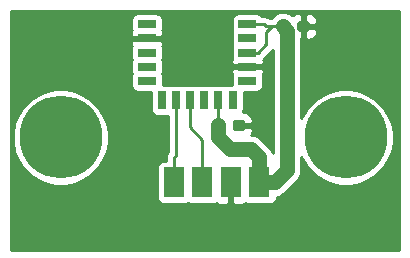
<source format=gbr>
G04 #@! TF.GenerationSoftware,KiCad,Pcbnew,(5.1.6)-1*
G04 #@! TF.CreationDate,2021-04-29T20:19:57-05:00*
G04 #@! TF.ProjectId,BEncoderBoard3(RN4871),42456e63-6f64-4657-9242-6f6172643328,rev?*
G04 #@! TF.SameCoordinates,Original*
G04 #@! TF.FileFunction,Copper,L1,Top*
G04 #@! TF.FilePolarity,Positive*
%FSLAX46Y46*%
G04 Gerber Fmt 4.6, Leading zero omitted, Abs format (unit mm)*
G04 Created by KiCad (PCBNEW (5.1.6)-1) date 2021-04-29 20:19:57*
%MOMM*%
%LPD*%
G01*
G04 APERTURE LIST*
G04 #@! TA.AperFunction,ComponentPad*
%ADD10C,7.000000*%
G04 #@! TD*
G04 #@! TA.AperFunction,SMDPad,CuDef*
%ADD11R,1.800000X2.500000*%
G04 #@! TD*
G04 #@! TA.AperFunction,SMDPad,CuDef*
%ADD12R,1.500000X0.700000*%
G04 #@! TD*
G04 #@! TA.AperFunction,SMDPad,CuDef*
%ADD13R,0.700000X1.500000*%
G04 #@! TD*
G04 #@! TA.AperFunction,ViaPad*
%ADD14C,0.450000*%
G04 #@! TD*
G04 #@! TA.AperFunction,Conductor*
%ADD15C,0.254000*%
G04 #@! TD*
G04 #@! TA.AperFunction,Conductor*
%ADD16C,1.270000*%
G04 #@! TD*
G04 #@! TA.AperFunction,Conductor*
%ADD17C,0.293370*%
G04 #@! TD*
G04 APERTURE END LIST*
D10*
X145415000Y-99822000D03*
X121285000Y-99822000D03*
G04 #@! TA.AperFunction,SMDPad,CuDef*
G36*
G01*
X135845000Y-99043500D02*
X135845000Y-98568500D01*
G75*
G02*
X136082500Y-98331000I237500J0D01*
G01*
X136657500Y-98331000D01*
G75*
G02*
X136895000Y-98568500I0J-237500D01*
G01*
X136895000Y-99043500D01*
G75*
G02*
X136657500Y-99281000I-237500J0D01*
G01*
X136082500Y-99281000D01*
G75*
G02*
X135845000Y-99043500I0J237500D01*
G01*
G37*
G04 #@! TD.AperFunction*
G04 #@! TA.AperFunction,SMDPad,CuDef*
G36*
G01*
X134095000Y-99043500D02*
X134095000Y-98568500D01*
G75*
G02*
X134332500Y-98331000I237500J0D01*
G01*
X134907500Y-98331000D01*
G75*
G02*
X135145000Y-98568500I0J-237500D01*
G01*
X135145000Y-99043500D01*
G75*
G02*
X134907500Y-99281000I-237500J0D01*
G01*
X134332500Y-99281000D01*
G75*
G02*
X134095000Y-99043500I0J237500D01*
G01*
G37*
G04 #@! TD.AperFunction*
D11*
X130893000Y-103632000D03*
X135693000Y-103632000D03*
X133293000Y-103632000D03*
X138093000Y-103632000D03*
G04 #@! TA.AperFunction,SMDPad,CuDef*
G36*
G01*
X139570000Y-90661500D02*
X139570000Y-90186500D01*
G75*
G02*
X139807500Y-89949000I237500J0D01*
G01*
X140382500Y-89949000D01*
G75*
G02*
X140620000Y-90186500I0J-237500D01*
G01*
X140620000Y-90661500D01*
G75*
G02*
X140382500Y-90899000I-237500J0D01*
G01*
X139807500Y-90899000D01*
G75*
G02*
X139570000Y-90661500I0J237500D01*
G01*
G37*
G04 #@! TD.AperFunction*
G04 #@! TA.AperFunction,SMDPad,CuDef*
G36*
G01*
X141320000Y-90661500D02*
X141320000Y-90186500D01*
G75*
G02*
X141557500Y-89949000I237500J0D01*
G01*
X142132500Y-89949000D01*
G75*
G02*
X142370000Y-90186500I0J-237500D01*
G01*
X142370000Y-90661500D01*
G75*
G02*
X142132500Y-90899000I-237500J0D01*
G01*
X141557500Y-90899000D01*
G75*
G02*
X141320000Y-90661500I0J237500D01*
G01*
G37*
G04 #@! TD.AperFunction*
D12*
X128592000Y-95036000D03*
X128592000Y-93836000D03*
X128592000Y-92636000D03*
X128592000Y-91436000D03*
X128592000Y-90236000D03*
X137092000Y-95036000D03*
X137092000Y-93836000D03*
X137092000Y-92636000D03*
X137092000Y-91436000D03*
X137092000Y-90236000D03*
D13*
X129842000Y-96686000D03*
X131042000Y-96686000D03*
X132242000Y-96686000D03*
X133442000Y-96686000D03*
X134642000Y-96686000D03*
X135842000Y-96686000D03*
D14*
X137922000Y-98806000D03*
X143510000Y-90424000D03*
D15*
X136370000Y-98806000D02*
X137922000Y-98806000D01*
X141845000Y-90424000D02*
X143510000Y-90424000D01*
X134620000Y-96708000D02*
X134642000Y-96686000D01*
X134620000Y-98806000D02*
X134620000Y-96708000D01*
X137092000Y-90236000D02*
X138496000Y-90236000D01*
X138496000Y-90236000D02*
X138684000Y-90424000D01*
D16*
X138093000Y-103632000D02*
X138093000Y-101517000D01*
X138093000Y-101517000D02*
X137414000Y-100838000D01*
X137414000Y-100838000D02*
X135636000Y-100838000D01*
X134620000Y-99822000D02*
X134620000Y-98806000D01*
X135636000Y-100838000D02*
X134620000Y-99822000D01*
X138093000Y-103632000D02*
X139446000Y-103632000D01*
X139446000Y-103632000D02*
X140462000Y-102616000D01*
X140462000Y-90791000D02*
X140095000Y-90424000D01*
X140462000Y-102616000D02*
X140462000Y-90791000D01*
D17*
X139192000Y-90424000D02*
X138684000Y-90932000D01*
D15*
X139192000Y-90424000D02*
X140095000Y-90424000D01*
X138684000Y-90424000D02*
X139192000Y-90424000D01*
D17*
X138684000Y-90932000D02*
X138684000Y-91948000D01*
X137996000Y-92636000D02*
X137092000Y-92636000D01*
X138684000Y-91948000D02*
X137996000Y-92636000D01*
D15*
X133293000Y-103632000D02*
X133293000Y-100019000D01*
X132242000Y-98968000D02*
X132242000Y-96686000D01*
X133293000Y-100019000D02*
X132242000Y-98968000D01*
X131042000Y-96686000D02*
X131042000Y-101368000D01*
X130893000Y-101517000D02*
X130893000Y-103632000D01*
X131042000Y-101368000D02*
X130893000Y-101517000D01*
G36*
X149898001Y-109380000D02*
G01*
X117102000Y-109380000D01*
X117102000Y-99420451D01*
X117208000Y-99420451D01*
X117208000Y-100223549D01*
X117364677Y-101011217D01*
X117672009Y-101753184D01*
X118118187Y-102420936D01*
X118686064Y-102988813D01*
X119353816Y-103434991D01*
X120095783Y-103742323D01*
X120883451Y-103899000D01*
X121686549Y-103899000D01*
X122474217Y-103742323D01*
X123216184Y-103434991D01*
X123883936Y-102988813D01*
X124451813Y-102420936D01*
X124897991Y-101753184D01*
X125205323Y-101011217D01*
X125362000Y-100223549D01*
X125362000Y-99420451D01*
X125205323Y-98632783D01*
X124897991Y-97890816D01*
X124451813Y-97223064D01*
X123883936Y-96655187D01*
X123216184Y-96209009D01*
X122474217Y-95901677D01*
X121686549Y-95745000D01*
X120883451Y-95745000D01*
X120095783Y-95901677D01*
X119353816Y-96209009D01*
X118686064Y-96655187D01*
X118118187Y-97223064D01*
X117672009Y-97890816D01*
X117364677Y-98632783D01*
X117208000Y-99420451D01*
X117102000Y-99420451D01*
X117102000Y-91786000D01*
X127203928Y-91786000D01*
X127216188Y-91910482D01*
X127252498Y-92030180D01*
X127293418Y-92106734D01*
X127273350Y-92172888D01*
X127262209Y-92286000D01*
X127262209Y-92986000D01*
X127273350Y-93099112D01*
X127306343Y-93207876D01*
X127321375Y-93236000D01*
X127306343Y-93264124D01*
X127273350Y-93372888D01*
X127262209Y-93486000D01*
X127262209Y-94186000D01*
X127273350Y-94299112D01*
X127306343Y-94407876D01*
X127321375Y-94436000D01*
X127306343Y-94464124D01*
X127273350Y-94572888D01*
X127262209Y-94686000D01*
X127262209Y-95386000D01*
X127273350Y-95499112D01*
X127306343Y-95607876D01*
X127359921Y-95708115D01*
X127432026Y-95795974D01*
X127519885Y-95868079D01*
X127620124Y-95921657D01*
X127728888Y-95954650D01*
X127842000Y-95965791D01*
X128912209Y-95965791D01*
X128912209Y-97436000D01*
X128923350Y-97549112D01*
X128956343Y-97657876D01*
X129009921Y-97758115D01*
X129082026Y-97845974D01*
X129169885Y-97918079D01*
X129270124Y-97971657D01*
X129378888Y-98004650D01*
X129492000Y-98015791D01*
X130192000Y-98015791D01*
X130305112Y-98004650D01*
X130338000Y-97994674D01*
X130338001Y-101083547D01*
X130304813Y-101123987D01*
X130248152Y-101229992D01*
X130239442Y-101246288D01*
X130199187Y-101378992D01*
X130185594Y-101517000D01*
X130189000Y-101551581D01*
X130189000Y-101802209D01*
X129993000Y-101802209D01*
X129879888Y-101813350D01*
X129771124Y-101846343D01*
X129670885Y-101899921D01*
X129583026Y-101972026D01*
X129510921Y-102059885D01*
X129457343Y-102160124D01*
X129424350Y-102268888D01*
X129413209Y-102382000D01*
X129413209Y-104882000D01*
X129424350Y-104995112D01*
X129457343Y-105103876D01*
X129510921Y-105204115D01*
X129583026Y-105291974D01*
X129670885Y-105364079D01*
X129771124Y-105417657D01*
X129879888Y-105450650D01*
X129993000Y-105461791D01*
X131793000Y-105461791D01*
X131906112Y-105450650D01*
X132014876Y-105417657D01*
X132093000Y-105375900D01*
X132171124Y-105417657D01*
X132279888Y-105450650D01*
X132393000Y-105461791D01*
X134193000Y-105461791D01*
X134306112Y-105450650D01*
X134414876Y-105417657D01*
X134432964Y-105407989D01*
X134438506Y-105412537D01*
X134548820Y-105471502D01*
X134668518Y-105507812D01*
X134793000Y-105520072D01*
X135407250Y-105517000D01*
X135566000Y-105358250D01*
X135566000Y-103759000D01*
X135546000Y-103759000D01*
X135546000Y-103505000D01*
X135566000Y-103505000D01*
X135566000Y-103485000D01*
X135820000Y-103485000D01*
X135820000Y-103505000D01*
X135840000Y-103505000D01*
X135840000Y-103759000D01*
X135820000Y-103759000D01*
X135820000Y-105358250D01*
X135978750Y-105517000D01*
X136593000Y-105520072D01*
X136717482Y-105507812D01*
X136837180Y-105471502D01*
X136947494Y-105412537D01*
X136953036Y-105407989D01*
X136971124Y-105417657D01*
X137079888Y-105450650D01*
X137193000Y-105461791D01*
X138993000Y-105461791D01*
X139106112Y-105450650D01*
X139214876Y-105417657D01*
X139315115Y-105364079D01*
X139402974Y-105291974D01*
X139475079Y-105204115D01*
X139528657Y-105103876D01*
X139561650Y-104995112D01*
X139572791Y-104882000D01*
X139572791Y-104837376D01*
X139683593Y-104826463D01*
X139912056Y-104757160D01*
X140122609Y-104644617D01*
X140307160Y-104493160D01*
X140345118Y-104446908D01*
X141276914Y-103515113D01*
X141323160Y-103477160D01*
X141474617Y-103292609D01*
X141587160Y-103082056D01*
X141656463Y-102853593D01*
X141674000Y-102675538D01*
X141674000Y-102675537D01*
X141679864Y-102616000D01*
X141674000Y-102556462D01*
X141674000Y-101444142D01*
X141802009Y-101753184D01*
X142248187Y-102420936D01*
X142816064Y-102988813D01*
X143483816Y-103434991D01*
X144225783Y-103742323D01*
X145013451Y-103899000D01*
X145816549Y-103899000D01*
X146604217Y-103742323D01*
X147346184Y-103434991D01*
X148013936Y-102988813D01*
X148581813Y-102420936D01*
X149027991Y-101753184D01*
X149335323Y-101011217D01*
X149492000Y-100223549D01*
X149492000Y-99420451D01*
X149335323Y-98632783D01*
X149027991Y-97890816D01*
X148581813Y-97223064D01*
X148013936Y-96655187D01*
X147346184Y-96209009D01*
X146604217Y-95901677D01*
X145816549Y-95745000D01*
X145013451Y-95745000D01*
X144225783Y-95901677D01*
X143483816Y-96209009D01*
X142816064Y-96655187D01*
X142248187Y-97223064D01*
X141802009Y-97890816D01*
X141674000Y-98199858D01*
X141674000Y-91419250D01*
X141718000Y-91375250D01*
X141718000Y-90551000D01*
X141972000Y-90551000D01*
X141972000Y-91375250D01*
X142130750Y-91534000D01*
X142370000Y-91537072D01*
X142494482Y-91524812D01*
X142614180Y-91488502D01*
X142724494Y-91429537D01*
X142821185Y-91350185D01*
X142900537Y-91253494D01*
X142959502Y-91143180D01*
X142995812Y-91023482D01*
X143008072Y-90899000D01*
X143005000Y-90709750D01*
X142846250Y-90551000D01*
X141972000Y-90551000D01*
X141718000Y-90551000D01*
X141698000Y-90551000D01*
X141698000Y-90297000D01*
X141718000Y-90297000D01*
X141718000Y-89472750D01*
X141972000Y-89472750D01*
X141972000Y-90297000D01*
X142846250Y-90297000D01*
X143005000Y-90138250D01*
X143008072Y-89949000D01*
X142995812Y-89824518D01*
X142959502Y-89704820D01*
X142900537Y-89594506D01*
X142821185Y-89497815D01*
X142724494Y-89418463D01*
X142614180Y-89359498D01*
X142494482Y-89323188D01*
X142370000Y-89310928D01*
X142130750Y-89314000D01*
X141972000Y-89472750D01*
X141718000Y-89472750D01*
X141559250Y-89314000D01*
X141320000Y-89310928D01*
X141195518Y-89323188D01*
X141075820Y-89359498D01*
X140965506Y-89418463D01*
X140872870Y-89494487D01*
X140771609Y-89411384D01*
X140561056Y-89298841D01*
X140332593Y-89229537D01*
X140095000Y-89206136D01*
X139857407Y-89229537D01*
X139628944Y-89298841D01*
X139418391Y-89411384D01*
X139233841Y-89562841D01*
X139117902Y-89704113D01*
X139050132Y-89710787D01*
X139019762Y-89720000D01*
X138976974Y-89720000D01*
X138889014Y-89647813D01*
X138766713Y-89582442D01*
X138634008Y-89542187D01*
X138530581Y-89532000D01*
X138496000Y-89528594D01*
X138461419Y-89532000D01*
X138297911Y-89532000D01*
X138251974Y-89476026D01*
X138164115Y-89403921D01*
X138063876Y-89350343D01*
X137955112Y-89317350D01*
X137842000Y-89306209D01*
X136342000Y-89306209D01*
X136228888Y-89317350D01*
X136120124Y-89350343D01*
X136019885Y-89403921D01*
X135932026Y-89476026D01*
X135859921Y-89563885D01*
X135806343Y-89664124D01*
X135773350Y-89772888D01*
X135762209Y-89886000D01*
X135762209Y-90586000D01*
X135773350Y-90699112D01*
X135806343Y-90807876D01*
X135821375Y-90836000D01*
X135806343Y-90864124D01*
X135773350Y-90972888D01*
X135762209Y-91086000D01*
X135762209Y-91786000D01*
X135773350Y-91899112D01*
X135806343Y-92007876D01*
X135821375Y-92036000D01*
X135806343Y-92064124D01*
X135773350Y-92172888D01*
X135762209Y-92286000D01*
X135762209Y-92986000D01*
X135773350Y-93099112D01*
X135793418Y-93165266D01*
X135752498Y-93241820D01*
X135716188Y-93361518D01*
X135703928Y-93486000D01*
X135707000Y-93550250D01*
X135865750Y-93709000D01*
X136965000Y-93709000D01*
X136965000Y-93689000D01*
X137219000Y-93689000D01*
X137219000Y-93709000D01*
X138318250Y-93709000D01*
X138477000Y-93550250D01*
X138480072Y-93486000D01*
X138467812Y-93361518D01*
X138431502Y-93241820D01*
X138421457Y-93223027D01*
X138510198Y-93150198D01*
X138532861Y-93122583D01*
X139170588Y-92484857D01*
X139198198Y-92462198D01*
X139250001Y-92399076D01*
X139250000Y-101155908D01*
X139225637Y-101075593D01*
X139218160Y-101050944D01*
X139105617Y-100840391D01*
X138954160Y-100655840D01*
X138907908Y-100617882D01*
X138313118Y-100023092D01*
X138275160Y-99976840D01*
X138090609Y-99825383D01*
X137880056Y-99712840D01*
X137651593Y-99643537D01*
X137473538Y-99626000D01*
X137432759Y-99621984D01*
X137484502Y-99525180D01*
X137520812Y-99405482D01*
X137533072Y-99281000D01*
X137530000Y-99091750D01*
X137371250Y-98933000D01*
X136497000Y-98933000D01*
X136497000Y-98953000D01*
X136243000Y-98953000D01*
X136243000Y-98933000D01*
X136223000Y-98933000D01*
X136223000Y-98679000D01*
X136243000Y-98679000D01*
X136243000Y-98659000D01*
X136497000Y-98659000D01*
X136497000Y-98679000D01*
X137371250Y-98679000D01*
X137530000Y-98520250D01*
X137533072Y-98331000D01*
X137520812Y-98206518D01*
X137484502Y-98086820D01*
X137425537Y-97976506D01*
X137346185Y-97879815D01*
X137249494Y-97800463D01*
X137139180Y-97741498D01*
X137019482Y-97705188D01*
X136895000Y-97692928D01*
X136707636Y-97695334D01*
X136727657Y-97657876D01*
X136760650Y-97549112D01*
X136771791Y-97436000D01*
X136771791Y-95965791D01*
X137842000Y-95965791D01*
X137955112Y-95954650D01*
X138063876Y-95921657D01*
X138164115Y-95868079D01*
X138251974Y-95795974D01*
X138324079Y-95708115D01*
X138377657Y-95607876D01*
X138410650Y-95499112D01*
X138421791Y-95386000D01*
X138421791Y-94686000D01*
X138410650Y-94572888D01*
X138390582Y-94506734D01*
X138431502Y-94430180D01*
X138467812Y-94310482D01*
X138480072Y-94186000D01*
X138477000Y-94121750D01*
X138318250Y-93963000D01*
X137219000Y-93963000D01*
X137219000Y-93983000D01*
X136965000Y-93983000D01*
X136965000Y-93963000D01*
X135865750Y-93963000D01*
X135707000Y-94121750D01*
X135703928Y-94186000D01*
X135716188Y-94310482D01*
X135752498Y-94430180D01*
X135793418Y-94506734D01*
X135773350Y-94572888D01*
X135762209Y-94686000D01*
X135762209Y-95356209D01*
X135492000Y-95356209D01*
X135378888Y-95367350D01*
X135270124Y-95400343D01*
X135242000Y-95415375D01*
X135213876Y-95400343D01*
X135105112Y-95367350D01*
X134992000Y-95356209D01*
X134292000Y-95356209D01*
X134178888Y-95367350D01*
X134070124Y-95400343D01*
X134042000Y-95415375D01*
X134013876Y-95400343D01*
X133905112Y-95367350D01*
X133792000Y-95356209D01*
X133092000Y-95356209D01*
X132978888Y-95367350D01*
X132870124Y-95400343D01*
X132842000Y-95415375D01*
X132813876Y-95400343D01*
X132705112Y-95367350D01*
X132592000Y-95356209D01*
X131892000Y-95356209D01*
X131778888Y-95367350D01*
X131670124Y-95400343D01*
X131642000Y-95415375D01*
X131613876Y-95400343D01*
X131505112Y-95367350D01*
X131392000Y-95356209D01*
X130692000Y-95356209D01*
X130578888Y-95367350D01*
X130470124Y-95400343D01*
X130442000Y-95415375D01*
X130413876Y-95400343D01*
X130305112Y-95367350D01*
X130192000Y-95356209D01*
X129921791Y-95356209D01*
X129921791Y-94686000D01*
X129910650Y-94572888D01*
X129877657Y-94464124D01*
X129862625Y-94436000D01*
X129877657Y-94407876D01*
X129910650Y-94299112D01*
X129921791Y-94186000D01*
X129921791Y-93486000D01*
X129910650Y-93372888D01*
X129877657Y-93264124D01*
X129862625Y-93236000D01*
X129877657Y-93207876D01*
X129910650Y-93099112D01*
X129921791Y-92986000D01*
X129921791Y-92286000D01*
X129910650Y-92172888D01*
X129890582Y-92106734D01*
X129931502Y-92030180D01*
X129967812Y-91910482D01*
X129980072Y-91786000D01*
X129977000Y-91721750D01*
X129818250Y-91563000D01*
X128719000Y-91563000D01*
X128719000Y-91583000D01*
X128465000Y-91583000D01*
X128465000Y-91563000D01*
X127365750Y-91563000D01*
X127207000Y-91721750D01*
X127203928Y-91786000D01*
X117102000Y-91786000D01*
X117102000Y-91086000D01*
X127203928Y-91086000D01*
X127207000Y-91150250D01*
X127365750Y-91309000D01*
X128465000Y-91309000D01*
X128465000Y-91289000D01*
X128719000Y-91289000D01*
X128719000Y-91309000D01*
X129818250Y-91309000D01*
X129977000Y-91150250D01*
X129980072Y-91086000D01*
X129967812Y-90961518D01*
X129931502Y-90841820D01*
X129890582Y-90765266D01*
X129910650Y-90699112D01*
X129921791Y-90586000D01*
X129921791Y-89886000D01*
X129910650Y-89772888D01*
X129877657Y-89664124D01*
X129824079Y-89563885D01*
X129751974Y-89476026D01*
X129664115Y-89403921D01*
X129563876Y-89350343D01*
X129455112Y-89317350D01*
X129342000Y-89306209D01*
X127842000Y-89306209D01*
X127728888Y-89317350D01*
X127620124Y-89350343D01*
X127519885Y-89403921D01*
X127432026Y-89476026D01*
X127359921Y-89563885D01*
X127306343Y-89664124D01*
X127273350Y-89772888D01*
X127262209Y-89886000D01*
X127262209Y-90586000D01*
X127273350Y-90699112D01*
X127293418Y-90765266D01*
X127252498Y-90841820D01*
X127216188Y-90961518D01*
X127203928Y-91086000D01*
X117102000Y-91086000D01*
X117102000Y-89154000D01*
X149898000Y-89154000D01*
X149898001Y-109380000D01*
G37*
X149898001Y-109380000D02*
X117102000Y-109380000D01*
X117102000Y-99420451D01*
X117208000Y-99420451D01*
X117208000Y-100223549D01*
X117364677Y-101011217D01*
X117672009Y-101753184D01*
X118118187Y-102420936D01*
X118686064Y-102988813D01*
X119353816Y-103434991D01*
X120095783Y-103742323D01*
X120883451Y-103899000D01*
X121686549Y-103899000D01*
X122474217Y-103742323D01*
X123216184Y-103434991D01*
X123883936Y-102988813D01*
X124451813Y-102420936D01*
X124897991Y-101753184D01*
X125205323Y-101011217D01*
X125362000Y-100223549D01*
X125362000Y-99420451D01*
X125205323Y-98632783D01*
X124897991Y-97890816D01*
X124451813Y-97223064D01*
X123883936Y-96655187D01*
X123216184Y-96209009D01*
X122474217Y-95901677D01*
X121686549Y-95745000D01*
X120883451Y-95745000D01*
X120095783Y-95901677D01*
X119353816Y-96209009D01*
X118686064Y-96655187D01*
X118118187Y-97223064D01*
X117672009Y-97890816D01*
X117364677Y-98632783D01*
X117208000Y-99420451D01*
X117102000Y-99420451D01*
X117102000Y-91786000D01*
X127203928Y-91786000D01*
X127216188Y-91910482D01*
X127252498Y-92030180D01*
X127293418Y-92106734D01*
X127273350Y-92172888D01*
X127262209Y-92286000D01*
X127262209Y-92986000D01*
X127273350Y-93099112D01*
X127306343Y-93207876D01*
X127321375Y-93236000D01*
X127306343Y-93264124D01*
X127273350Y-93372888D01*
X127262209Y-93486000D01*
X127262209Y-94186000D01*
X127273350Y-94299112D01*
X127306343Y-94407876D01*
X127321375Y-94436000D01*
X127306343Y-94464124D01*
X127273350Y-94572888D01*
X127262209Y-94686000D01*
X127262209Y-95386000D01*
X127273350Y-95499112D01*
X127306343Y-95607876D01*
X127359921Y-95708115D01*
X127432026Y-95795974D01*
X127519885Y-95868079D01*
X127620124Y-95921657D01*
X127728888Y-95954650D01*
X127842000Y-95965791D01*
X128912209Y-95965791D01*
X128912209Y-97436000D01*
X128923350Y-97549112D01*
X128956343Y-97657876D01*
X129009921Y-97758115D01*
X129082026Y-97845974D01*
X129169885Y-97918079D01*
X129270124Y-97971657D01*
X129378888Y-98004650D01*
X129492000Y-98015791D01*
X130192000Y-98015791D01*
X130305112Y-98004650D01*
X130338000Y-97994674D01*
X130338001Y-101083547D01*
X130304813Y-101123987D01*
X130248152Y-101229992D01*
X130239442Y-101246288D01*
X130199187Y-101378992D01*
X130185594Y-101517000D01*
X130189000Y-101551581D01*
X130189000Y-101802209D01*
X129993000Y-101802209D01*
X129879888Y-101813350D01*
X129771124Y-101846343D01*
X129670885Y-101899921D01*
X129583026Y-101972026D01*
X129510921Y-102059885D01*
X129457343Y-102160124D01*
X129424350Y-102268888D01*
X129413209Y-102382000D01*
X129413209Y-104882000D01*
X129424350Y-104995112D01*
X129457343Y-105103876D01*
X129510921Y-105204115D01*
X129583026Y-105291974D01*
X129670885Y-105364079D01*
X129771124Y-105417657D01*
X129879888Y-105450650D01*
X129993000Y-105461791D01*
X131793000Y-105461791D01*
X131906112Y-105450650D01*
X132014876Y-105417657D01*
X132093000Y-105375900D01*
X132171124Y-105417657D01*
X132279888Y-105450650D01*
X132393000Y-105461791D01*
X134193000Y-105461791D01*
X134306112Y-105450650D01*
X134414876Y-105417657D01*
X134432964Y-105407989D01*
X134438506Y-105412537D01*
X134548820Y-105471502D01*
X134668518Y-105507812D01*
X134793000Y-105520072D01*
X135407250Y-105517000D01*
X135566000Y-105358250D01*
X135566000Y-103759000D01*
X135546000Y-103759000D01*
X135546000Y-103505000D01*
X135566000Y-103505000D01*
X135566000Y-103485000D01*
X135820000Y-103485000D01*
X135820000Y-103505000D01*
X135840000Y-103505000D01*
X135840000Y-103759000D01*
X135820000Y-103759000D01*
X135820000Y-105358250D01*
X135978750Y-105517000D01*
X136593000Y-105520072D01*
X136717482Y-105507812D01*
X136837180Y-105471502D01*
X136947494Y-105412537D01*
X136953036Y-105407989D01*
X136971124Y-105417657D01*
X137079888Y-105450650D01*
X137193000Y-105461791D01*
X138993000Y-105461791D01*
X139106112Y-105450650D01*
X139214876Y-105417657D01*
X139315115Y-105364079D01*
X139402974Y-105291974D01*
X139475079Y-105204115D01*
X139528657Y-105103876D01*
X139561650Y-104995112D01*
X139572791Y-104882000D01*
X139572791Y-104837376D01*
X139683593Y-104826463D01*
X139912056Y-104757160D01*
X140122609Y-104644617D01*
X140307160Y-104493160D01*
X140345118Y-104446908D01*
X141276914Y-103515113D01*
X141323160Y-103477160D01*
X141474617Y-103292609D01*
X141587160Y-103082056D01*
X141656463Y-102853593D01*
X141674000Y-102675538D01*
X141674000Y-102675537D01*
X141679864Y-102616000D01*
X141674000Y-102556462D01*
X141674000Y-101444142D01*
X141802009Y-101753184D01*
X142248187Y-102420936D01*
X142816064Y-102988813D01*
X143483816Y-103434991D01*
X144225783Y-103742323D01*
X145013451Y-103899000D01*
X145816549Y-103899000D01*
X146604217Y-103742323D01*
X147346184Y-103434991D01*
X148013936Y-102988813D01*
X148581813Y-102420936D01*
X149027991Y-101753184D01*
X149335323Y-101011217D01*
X149492000Y-100223549D01*
X149492000Y-99420451D01*
X149335323Y-98632783D01*
X149027991Y-97890816D01*
X148581813Y-97223064D01*
X148013936Y-96655187D01*
X147346184Y-96209009D01*
X146604217Y-95901677D01*
X145816549Y-95745000D01*
X145013451Y-95745000D01*
X144225783Y-95901677D01*
X143483816Y-96209009D01*
X142816064Y-96655187D01*
X142248187Y-97223064D01*
X141802009Y-97890816D01*
X141674000Y-98199858D01*
X141674000Y-91419250D01*
X141718000Y-91375250D01*
X141718000Y-90551000D01*
X141972000Y-90551000D01*
X141972000Y-91375250D01*
X142130750Y-91534000D01*
X142370000Y-91537072D01*
X142494482Y-91524812D01*
X142614180Y-91488502D01*
X142724494Y-91429537D01*
X142821185Y-91350185D01*
X142900537Y-91253494D01*
X142959502Y-91143180D01*
X142995812Y-91023482D01*
X143008072Y-90899000D01*
X143005000Y-90709750D01*
X142846250Y-90551000D01*
X141972000Y-90551000D01*
X141718000Y-90551000D01*
X141698000Y-90551000D01*
X141698000Y-90297000D01*
X141718000Y-90297000D01*
X141718000Y-89472750D01*
X141972000Y-89472750D01*
X141972000Y-90297000D01*
X142846250Y-90297000D01*
X143005000Y-90138250D01*
X143008072Y-89949000D01*
X142995812Y-89824518D01*
X142959502Y-89704820D01*
X142900537Y-89594506D01*
X142821185Y-89497815D01*
X142724494Y-89418463D01*
X142614180Y-89359498D01*
X142494482Y-89323188D01*
X142370000Y-89310928D01*
X142130750Y-89314000D01*
X141972000Y-89472750D01*
X141718000Y-89472750D01*
X141559250Y-89314000D01*
X141320000Y-89310928D01*
X141195518Y-89323188D01*
X141075820Y-89359498D01*
X140965506Y-89418463D01*
X140872870Y-89494487D01*
X140771609Y-89411384D01*
X140561056Y-89298841D01*
X140332593Y-89229537D01*
X140095000Y-89206136D01*
X139857407Y-89229537D01*
X139628944Y-89298841D01*
X139418391Y-89411384D01*
X139233841Y-89562841D01*
X139117902Y-89704113D01*
X139050132Y-89710787D01*
X139019762Y-89720000D01*
X138976974Y-89720000D01*
X138889014Y-89647813D01*
X138766713Y-89582442D01*
X138634008Y-89542187D01*
X138530581Y-89532000D01*
X138496000Y-89528594D01*
X138461419Y-89532000D01*
X138297911Y-89532000D01*
X138251974Y-89476026D01*
X138164115Y-89403921D01*
X138063876Y-89350343D01*
X137955112Y-89317350D01*
X137842000Y-89306209D01*
X136342000Y-89306209D01*
X136228888Y-89317350D01*
X136120124Y-89350343D01*
X136019885Y-89403921D01*
X135932026Y-89476026D01*
X135859921Y-89563885D01*
X135806343Y-89664124D01*
X135773350Y-89772888D01*
X135762209Y-89886000D01*
X135762209Y-90586000D01*
X135773350Y-90699112D01*
X135806343Y-90807876D01*
X135821375Y-90836000D01*
X135806343Y-90864124D01*
X135773350Y-90972888D01*
X135762209Y-91086000D01*
X135762209Y-91786000D01*
X135773350Y-91899112D01*
X135806343Y-92007876D01*
X135821375Y-92036000D01*
X135806343Y-92064124D01*
X135773350Y-92172888D01*
X135762209Y-92286000D01*
X135762209Y-92986000D01*
X135773350Y-93099112D01*
X135793418Y-93165266D01*
X135752498Y-93241820D01*
X135716188Y-93361518D01*
X135703928Y-93486000D01*
X135707000Y-93550250D01*
X135865750Y-93709000D01*
X136965000Y-93709000D01*
X136965000Y-93689000D01*
X137219000Y-93689000D01*
X137219000Y-93709000D01*
X138318250Y-93709000D01*
X138477000Y-93550250D01*
X138480072Y-93486000D01*
X138467812Y-93361518D01*
X138431502Y-93241820D01*
X138421457Y-93223027D01*
X138510198Y-93150198D01*
X138532861Y-93122583D01*
X139170588Y-92484857D01*
X139198198Y-92462198D01*
X139250001Y-92399076D01*
X139250000Y-101155908D01*
X139225637Y-101075593D01*
X139218160Y-101050944D01*
X139105617Y-100840391D01*
X138954160Y-100655840D01*
X138907908Y-100617882D01*
X138313118Y-100023092D01*
X138275160Y-99976840D01*
X138090609Y-99825383D01*
X137880056Y-99712840D01*
X137651593Y-99643537D01*
X137473538Y-99626000D01*
X137432759Y-99621984D01*
X137484502Y-99525180D01*
X137520812Y-99405482D01*
X137533072Y-99281000D01*
X137530000Y-99091750D01*
X137371250Y-98933000D01*
X136497000Y-98933000D01*
X136497000Y-98953000D01*
X136243000Y-98953000D01*
X136243000Y-98933000D01*
X136223000Y-98933000D01*
X136223000Y-98679000D01*
X136243000Y-98679000D01*
X136243000Y-98659000D01*
X136497000Y-98659000D01*
X136497000Y-98679000D01*
X137371250Y-98679000D01*
X137530000Y-98520250D01*
X137533072Y-98331000D01*
X137520812Y-98206518D01*
X137484502Y-98086820D01*
X137425537Y-97976506D01*
X137346185Y-97879815D01*
X137249494Y-97800463D01*
X137139180Y-97741498D01*
X137019482Y-97705188D01*
X136895000Y-97692928D01*
X136707636Y-97695334D01*
X136727657Y-97657876D01*
X136760650Y-97549112D01*
X136771791Y-97436000D01*
X136771791Y-95965791D01*
X137842000Y-95965791D01*
X137955112Y-95954650D01*
X138063876Y-95921657D01*
X138164115Y-95868079D01*
X138251974Y-95795974D01*
X138324079Y-95708115D01*
X138377657Y-95607876D01*
X138410650Y-95499112D01*
X138421791Y-95386000D01*
X138421791Y-94686000D01*
X138410650Y-94572888D01*
X138390582Y-94506734D01*
X138431502Y-94430180D01*
X138467812Y-94310482D01*
X138480072Y-94186000D01*
X138477000Y-94121750D01*
X138318250Y-93963000D01*
X137219000Y-93963000D01*
X137219000Y-93983000D01*
X136965000Y-93983000D01*
X136965000Y-93963000D01*
X135865750Y-93963000D01*
X135707000Y-94121750D01*
X135703928Y-94186000D01*
X135716188Y-94310482D01*
X135752498Y-94430180D01*
X135793418Y-94506734D01*
X135773350Y-94572888D01*
X135762209Y-94686000D01*
X135762209Y-95356209D01*
X135492000Y-95356209D01*
X135378888Y-95367350D01*
X135270124Y-95400343D01*
X135242000Y-95415375D01*
X135213876Y-95400343D01*
X135105112Y-95367350D01*
X134992000Y-95356209D01*
X134292000Y-95356209D01*
X134178888Y-95367350D01*
X134070124Y-95400343D01*
X134042000Y-95415375D01*
X134013876Y-95400343D01*
X133905112Y-95367350D01*
X133792000Y-95356209D01*
X133092000Y-95356209D01*
X132978888Y-95367350D01*
X132870124Y-95400343D01*
X132842000Y-95415375D01*
X132813876Y-95400343D01*
X132705112Y-95367350D01*
X132592000Y-95356209D01*
X131892000Y-95356209D01*
X131778888Y-95367350D01*
X131670124Y-95400343D01*
X131642000Y-95415375D01*
X131613876Y-95400343D01*
X131505112Y-95367350D01*
X131392000Y-95356209D01*
X130692000Y-95356209D01*
X130578888Y-95367350D01*
X130470124Y-95400343D01*
X130442000Y-95415375D01*
X130413876Y-95400343D01*
X130305112Y-95367350D01*
X130192000Y-95356209D01*
X129921791Y-95356209D01*
X129921791Y-94686000D01*
X129910650Y-94572888D01*
X129877657Y-94464124D01*
X129862625Y-94436000D01*
X129877657Y-94407876D01*
X129910650Y-94299112D01*
X129921791Y-94186000D01*
X129921791Y-93486000D01*
X129910650Y-93372888D01*
X129877657Y-93264124D01*
X129862625Y-93236000D01*
X129877657Y-93207876D01*
X129910650Y-93099112D01*
X129921791Y-92986000D01*
X129921791Y-92286000D01*
X129910650Y-92172888D01*
X129890582Y-92106734D01*
X129931502Y-92030180D01*
X129967812Y-91910482D01*
X129980072Y-91786000D01*
X129977000Y-91721750D01*
X129818250Y-91563000D01*
X128719000Y-91563000D01*
X128719000Y-91583000D01*
X128465000Y-91583000D01*
X128465000Y-91563000D01*
X127365750Y-91563000D01*
X127207000Y-91721750D01*
X127203928Y-91786000D01*
X117102000Y-91786000D01*
X117102000Y-91086000D01*
X127203928Y-91086000D01*
X127207000Y-91150250D01*
X127365750Y-91309000D01*
X128465000Y-91309000D01*
X128465000Y-91289000D01*
X128719000Y-91289000D01*
X128719000Y-91309000D01*
X129818250Y-91309000D01*
X129977000Y-91150250D01*
X129980072Y-91086000D01*
X129967812Y-90961518D01*
X129931502Y-90841820D01*
X129890582Y-90765266D01*
X129910650Y-90699112D01*
X129921791Y-90586000D01*
X129921791Y-89886000D01*
X129910650Y-89772888D01*
X129877657Y-89664124D01*
X129824079Y-89563885D01*
X129751974Y-89476026D01*
X129664115Y-89403921D01*
X129563876Y-89350343D01*
X129455112Y-89317350D01*
X129342000Y-89306209D01*
X127842000Y-89306209D01*
X127728888Y-89317350D01*
X127620124Y-89350343D01*
X127519885Y-89403921D01*
X127432026Y-89476026D01*
X127359921Y-89563885D01*
X127306343Y-89664124D01*
X127273350Y-89772888D01*
X127262209Y-89886000D01*
X127262209Y-90586000D01*
X127273350Y-90699112D01*
X127293418Y-90765266D01*
X127252498Y-90841820D01*
X127216188Y-90961518D01*
X127203928Y-91086000D01*
X117102000Y-91086000D01*
X117102000Y-89154000D01*
X149898000Y-89154000D01*
X149898001Y-109380000D01*
M02*

</source>
